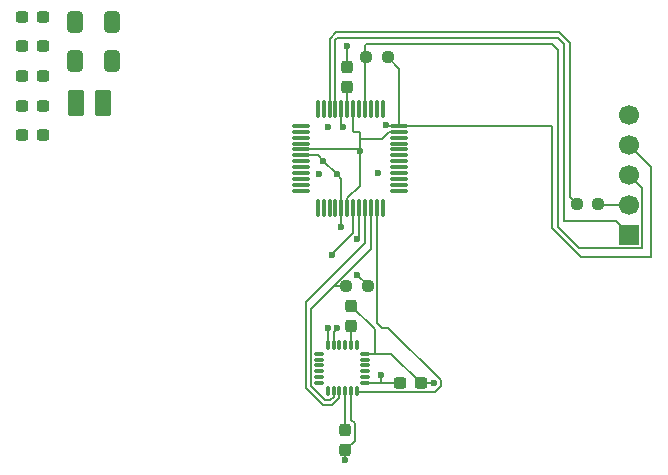
<source format=gbr>
%TF.GenerationSoftware,KiCad,Pcbnew,9.0.6*%
%TF.CreationDate,2025-12-28T22:24:58-08:00*%
%TF.ProjectId,neodrone-v1,6e656f64-726f-46e6-952d-76312e6b6963,rev?*%
%TF.SameCoordinates,Original*%
%TF.FileFunction,Copper,L1,Top*%
%TF.FilePolarity,Positive*%
%FSLAX46Y46*%
G04 Gerber Fmt 4.6, Leading zero omitted, Abs format (unit mm)*
G04 Created by KiCad (PCBNEW 9.0.6) date 2025-12-28 22:24:58*
%MOMM*%
%LPD*%
G01*
G04 APERTURE LIST*
G04 Aperture macros list*
%AMRoundRect*
0 Rectangle with rounded corners*
0 $1 Rounding radius*
0 $2 $3 $4 $5 $6 $7 $8 $9 X,Y pos of 4 corners*
0 Add a 4 corners polygon primitive as box body*
4,1,4,$2,$3,$4,$5,$6,$7,$8,$9,$2,$3,0*
0 Add four circle primitives for the rounded corners*
1,1,$1+$1,$2,$3*
1,1,$1+$1,$4,$5*
1,1,$1+$1,$6,$7*
1,1,$1+$1,$8,$9*
0 Add four rect primitives between the rounded corners*
20,1,$1+$1,$2,$3,$4,$5,0*
20,1,$1+$1,$4,$5,$6,$7,0*
20,1,$1+$1,$6,$7,$8,$9,0*
20,1,$1+$1,$8,$9,$2,$3,0*%
G04 Aperture macros list end*
%TA.AperFunction,SMDPad,CuDef*%
%ADD10RoundRect,0.237500X0.250000X0.237500X-0.250000X0.237500X-0.250000X-0.237500X0.250000X-0.237500X0*%
%TD*%
%TA.AperFunction,SMDPad,CuDef*%
%ADD11RoundRect,0.075000X-0.662500X-0.075000X0.662500X-0.075000X0.662500X0.075000X-0.662500X0.075000X0*%
%TD*%
%TA.AperFunction,SMDPad,CuDef*%
%ADD12RoundRect,0.075000X-0.075000X-0.662500X0.075000X-0.662500X0.075000X0.662500X-0.075000X0.662500X0*%
%TD*%
%TA.AperFunction,SMDPad,CuDef*%
%ADD13RoundRect,0.237500X-0.237500X0.300000X-0.237500X-0.300000X0.237500X-0.300000X0.237500X0.300000X0*%
%TD*%
%TA.AperFunction,SMDPad,CuDef*%
%ADD14RoundRect,0.250001X-0.462499X-0.849999X0.462499X-0.849999X0.462499X0.849999X-0.462499X0.849999X0*%
%TD*%
%TA.AperFunction,SMDPad,CuDef*%
%ADD15RoundRect,0.250000X-0.412500X-0.650000X0.412500X-0.650000X0.412500X0.650000X-0.412500X0.650000X0*%
%TD*%
%TA.AperFunction,SMDPad,CuDef*%
%ADD16RoundRect,0.237500X-0.300000X-0.237500X0.300000X-0.237500X0.300000X0.237500X-0.300000X0.237500X0*%
%TD*%
%TA.AperFunction,ComponentPad*%
%ADD17C,1.700000*%
%TD*%
%TA.AperFunction,ComponentPad*%
%ADD18R,1.700000X1.700000*%
%TD*%
%TA.AperFunction,SMDPad,CuDef*%
%ADD19RoundRect,0.075000X-0.350000X-0.075000X0.350000X-0.075000X0.350000X0.075000X-0.350000X0.075000X0*%
%TD*%
%TA.AperFunction,SMDPad,CuDef*%
%ADD20RoundRect,0.075000X0.075000X-0.350000X0.075000X0.350000X-0.075000X0.350000X-0.075000X-0.350000X0*%
%TD*%
%TA.AperFunction,SMDPad,CuDef*%
%ADD21RoundRect,0.237500X0.237500X-0.300000X0.237500X0.300000X-0.237500X0.300000X-0.237500X-0.300000X0*%
%TD*%
%TA.AperFunction,SMDPad,CuDef*%
%ADD22RoundRect,0.237500X0.300000X0.237500X-0.300000X0.237500X-0.300000X-0.237500X0.300000X-0.237500X0*%
%TD*%
%TA.AperFunction,ViaPad*%
%ADD23C,0.600000*%
%TD*%
%TA.AperFunction,Conductor*%
%ADD24C,0.200000*%
%TD*%
G04 APERTURE END LIST*
D10*
%TO.P,R1,2*%
%TO.N,Net-(J1-RESET)*%
X153266231Y-83077674D03*
%TO.P,R1,1*%
%TO.N,+3V3*%
X155091231Y-83077674D03*
%TD*%
D11*
%TO.P,U1,1,PA00*%
%TO.N,unconnected-(U1-PA00-Pad1)*%
X147752500Y-88912500D03*
%TO.P,U1,2,PA01*%
%TO.N,unconnected-(U1-PA01-Pad2)*%
X147752500Y-89412500D03*
%TO.P,U1,3,PA02*%
%TO.N,unconnected-(U1-PA02-Pad3)*%
X147752500Y-89912500D03*
%TO.P,U1,4,PA03*%
%TO.N,unconnected-(U1-PA03-Pad4)*%
X147752500Y-90412500D03*
%TO.P,U1,5,GNDANA*%
%TO.N,GND*%
X147752500Y-90912500D03*
%TO.P,U1,6,VDDANA*%
%TO.N,+3V3*%
X147752500Y-91412500D03*
%TO.P,U1,7,PB08*%
%TO.N,unconnected-(U1-PB08-Pad7)*%
X147752500Y-91912500D03*
%TO.P,U1,8,PB09*%
%TO.N,unconnected-(U1-PB09-Pad8)*%
X147752500Y-92412500D03*
%TO.P,U1,9,PA04*%
%TO.N,unconnected-(U1-PA04-Pad9)*%
X147752500Y-92912500D03*
%TO.P,U1,10,PA05*%
%TO.N,unconnected-(U1-PA05-Pad10)*%
X147752500Y-93412500D03*
%TO.P,U1,11,PA06*%
%TO.N,unconnected-(U1-PA06-Pad11)*%
X147752500Y-93912500D03*
%TO.P,U1,12,PA07*%
%TO.N,unconnected-(U1-PA07-Pad12)*%
X147752500Y-94412500D03*
D12*
%TO.P,U1,13,PA08*%
%TO.N,/mcu/I2C_SDA*%
X149165000Y-95825000D03*
%TO.P,U1,14,PA09*%
%TO.N,/mcu/I2C_SCL*%
X149665000Y-95825000D03*
%TO.P,U1,15,PA10*%
%TO.N,/mcu/CRSF_TX*%
X150165000Y-95825000D03*
%TO.P,U1,16,PA11*%
%TO.N,/mcu/CRSF_RX*%
X150665000Y-95825000D03*
%TO.P,U1,17,VDDIO*%
%TO.N,+3V3*%
X151165000Y-95825000D03*
%TO.P,U1,18,GND*%
%TO.N,GND*%
X151665000Y-95825000D03*
%TO.P,U1,19,PB10*%
%TO.N,IMU_MOSI*%
X152165000Y-95825000D03*
%TO.P,U1,20,PB11*%
%TO.N,IMU_SCK*%
X152665000Y-95825000D03*
%TO.P,U1,21,PA12*%
%TO.N,IMU_MISO*%
X153165000Y-95825000D03*
%TO.P,U1,22,PA13*%
%TO.N,IMU_CS*%
X153665000Y-95825000D03*
%TO.P,U1,23,PA14*%
%TO.N,IMU_INT*%
X154165000Y-95825000D03*
%TO.P,U1,24,PA15*%
%TO.N,unconnected-(U1-PA15-Pad24)*%
X154665000Y-95825000D03*
D11*
%TO.P,U1,25,PA16*%
%TO.N,/mcu/M1_PWM*%
X156077500Y-94412500D03*
%TO.P,U1,26,PA17*%
%TO.N,/mcu/M2_PWM*%
X156077500Y-93912500D03*
%TO.P,U1,27,PA18*%
%TO.N,/mcu/M3_PWM*%
X156077500Y-93412500D03*
%TO.P,U1,28,PA19*%
%TO.N,/mcu/M4_PWM*%
X156077500Y-92912500D03*
%TO.P,U1,29,PA20*%
%TO.N,unconnected-(U1-PA20-Pad29)*%
X156077500Y-92412500D03*
%TO.P,U1,30,PA21*%
%TO.N,unconnected-(U1-PA21-Pad30)*%
X156077500Y-91912500D03*
%TO.P,U1,31,PA22*%
%TO.N,unconnected-(U1-PA22-Pad31)*%
X156077500Y-91412500D03*
%TO.P,U1,32,PA23*%
%TO.N,unconnected-(U1-PA23-Pad32)*%
X156077500Y-90912500D03*
%TO.P,U1,33,PA24*%
%TO.N,/mcu/USB_DM*%
X156077500Y-90412500D03*
%TO.P,U1,34,PA25*%
%TO.N,/mcu/USB_DP*%
X156077500Y-89912500D03*
%TO.P,U1,35,GND*%
%TO.N,GND*%
X156077500Y-89412500D03*
%TO.P,U1,36,VDDIO*%
%TO.N,+3V3*%
X156077500Y-88912500D03*
D12*
%TO.P,U1,37,PB22*%
%TO.N,unconnected-(U1-PB22-Pad37)*%
X154665000Y-87500000D03*
%TO.P,U1,38,PB23*%
%TO.N,unconnected-(U1-PB23-Pad38)*%
X154165000Y-87500000D03*
%TO.P,U1,39,PA27*%
%TO.N,unconnected-(U1-PA27-Pad39)*%
X153665000Y-87500000D03*
%TO.P,U1,40,~{RESET}*%
%TO.N,Net-(J1-RESET)*%
X153165000Y-87500000D03*
%TO.P,U1,41,PA28*%
%TO.N,unconnected-(U1-PA28-Pad41)*%
X152665000Y-87500000D03*
%TO.P,U1,42,GND*%
%TO.N,GND*%
X152165000Y-87500000D03*
%TO.P,U1,43,VDDCORE*%
%TO.N,Net-(U1-VDDCORE)*%
X151665000Y-87500000D03*
%TO.P,U1,44,VDDIN*%
%TO.N,+3V3*%
X151165000Y-87500000D03*
%TO.P,U1,45,PA30*%
%TO.N,Net-(J1-SWDIO)*%
X150665000Y-87500000D03*
%TO.P,U1,46,PA31*%
%TO.N,Net-(U1-PA31)*%
X150165000Y-87500000D03*
%TO.P,U1,47,PB02*%
%TO.N,unconnected-(U1-PB02-Pad47)*%
X149665000Y-87500000D03*
%TO.P,U1,48,PB03*%
%TO.N,unconnected-(U1-PB03-Pad48)*%
X149165000Y-87500000D03*
%TD*%
D13*
%TO.P,C1,2*%
%TO.N,Net-(U1-VDDCORE)*%
X151671083Y-85638963D03*
%TO.P,C1,1*%
%TO.N,GND*%
X151671083Y-83913963D03*
%TD*%
D14*
%TO.P,L1,1*%
%TO.N,Net-(U3-SW_BK)*%
X128675000Y-87000000D03*
%TO.P,L1,2*%
%TO.N,/motor_esc/VBK_M1*%
X131000000Y-87000000D03*
%TD*%
D15*
%TO.P,C16,1*%
%TO.N,/motor_esc/VBK_M1*%
X128625000Y-83450000D03*
%TO.P,C16,2*%
%TO.N,/motor_esc/GND_BK_M1*%
X131750000Y-83450000D03*
%TD*%
D16*
%TO.P,C15,1*%
%TO.N,Net-(U3-DVDD)*%
X124145000Y-89720000D03*
%TO.P,C15,2*%
%TO.N,Net-(U3-DGND)*%
X125870000Y-89720000D03*
%TD*%
%TO.P,C14,1*%
%TO.N,Net-(U3-AVDD)*%
X124145000Y-87210000D03*
%TO.P,C14,2*%
%TO.N,Net-(U3-AGND)*%
X125870000Y-87210000D03*
%TD*%
%TO.P,C13,1*%
%TO.N,Net-(U3-CP)*%
X124145000Y-84700000D03*
%TO.P,C13,2*%
%TO.N,/motor_esc/VBAT*%
X125870000Y-84700000D03*
%TD*%
%TO.P,C12,1*%
%TO.N,Net-(U3-CPH)*%
X124145000Y-82190000D03*
%TO.P,C12,2*%
%TO.N,Net-(U3-CPL)*%
X125870000Y-82190000D03*
%TD*%
%TO.P,C11,1*%
%TO.N,/motor_esc/VBAT*%
X124145000Y-79680000D03*
%TO.P,C11,2*%
%TO.N,/motor_esc/PGND_M1*%
X125870000Y-79680000D03*
%TD*%
D15*
%TO.P,C10,1*%
%TO.N,/motor_esc/PGND_M1*%
X128625000Y-80100000D03*
%TO.P,C10,2*%
%TO.N,/motor_esc/VBAT*%
X131750000Y-80100000D03*
%TD*%
D17*
%TO.P,J1,5,GND*%
%TO.N,GND*%
X175500000Y-87960000D03*
%TO.P,J1,4,3V3*%
%TO.N,+3V3*%
X175500000Y-90500000D03*
%TO.P,J1,3,RESET*%
%TO.N,Net-(J1-RESET)*%
X175500000Y-93040000D03*
%TO.P,J1,2,SWCLK*%
%TO.N,Net-(J1-SWCLK)*%
X175500000Y-95580000D03*
D18*
%TO.P,J1,1,SWDIO*%
%TO.N,Net-(J1-SWDIO)*%
X175500000Y-98120000D03*
%TD*%
D10*
%TO.P,R2,2*%
%TO.N,Net-(U1-PA31)*%
X171087500Y-95500000D03*
%TO.P,R2,1*%
%TO.N,Net-(J1-SWCLK)*%
X172912500Y-95500000D03*
%TD*%
D19*
%TO.P,U2,1,CLKIN*%
%TO.N,unconnected-(U2-CLKIN-Pad1)*%
X149300000Y-108200000D03*
%TO.P,U2,2*%
%TO.N,N/C*%
X149300000Y-108700000D03*
%TO.P,U2,3*%
X149300000Y-109200000D03*
%TO.P,U2,4*%
X149300000Y-109700000D03*
%TO.P,U2,5*%
X149300000Y-110200000D03*
%TO.P,U2,6,AUX_DA*%
%TO.N,unconnected-(U2-AUX_DA-Pad6)*%
X149300000Y-110700000D03*
D20*
%TO.P,U2,7,AUX_CL*%
%TO.N,unconnected-(U2-AUX_CL-Pad7)*%
X150000000Y-111400000D03*
%TO.P,U2,8,~{CS}*%
%TO.N,IMU_CS*%
X150500000Y-111400000D03*
%TO.P,U2,9,AD0/MISO*%
%TO.N,IMU_MISO*%
X151000000Y-111400000D03*
%TO.P,U2,10,REGOUT*%
%TO.N,Net-(U2-REGOUT)*%
X151500000Y-111400000D03*
%TO.P,U2,11,FSYNC*%
%TO.N,GND*%
X152000000Y-111400000D03*
%TO.P,U2,12,INT*%
%TO.N,IMU_INT*%
X152500000Y-111400000D03*
D19*
%TO.P,U2,13,VDD*%
%TO.N,+3V3*%
X153200000Y-110700000D03*
%TO.P,U2,14*%
%TO.N,N/C*%
X153200000Y-110200000D03*
%TO.P,U2,15*%
X153200000Y-109700000D03*
%TO.P,U2,16*%
X153200000Y-109200000D03*
%TO.P,U2,17*%
X153200000Y-108700000D03*
%TO.P,U2,18,GND*%
%TO.N,GND*%
X153200000Y-108200000D03*
D20*
%TO.P,U2,19*%
%TO.N,N/C*%
X152500000Y-107500000D03*
%TO.P,U2,20,CPOUT*%
%TO.N,Net-(U2-CPOUT)*%
X152000000Y-107500000D03*
%TO.P,U2,21*%
%TO.N,N/C*%
X151500000Y-107500000D03*
%TO.P,U2,22*%
X151000000Y-107500000D03*
%TO.P,U2,23,SCL/SCLK*%
%TO.N,IMU_SCK*%
X150500000Y-107500000D03*
%TO.P,U2,24,SDA/MOSI*%
%TO.N,IMU_MOSI*%
X150000000Y-107500000D03*
%TD*%
D10*
%TO.P,R3,1*%
%TO.N,+3V3*%
X153412500Y-102500000D03*
%TO.P,R3,2*%
%TO.N,IMU_CS*%
X151587500Y-102500000D03*
%TD*%
D21*
%TO.P,C9,1*%
%TO.N,Net-(U2-CPOUT)*%
X152000000Y-105862500D03*
%TO.P,C9,2*%
%TO.N,GND*%
X152000000Y-104137500D03*
%TD*%
D22*
%TO.P,C8,1*%
%TO.N,GND*%
X157862500Y-110703125D03*
%TO.P,C8,2*%
%TO.N,+3V3*%
X156137500Y-110703125D03*
%TD*%
D13*
%TO.P,C7,1*%
%TO.N,Net-(U2-REGOUT)*%
X151500000Y-114637500D03*
%TO.P,C7,2*%
%TO.N,GND*%
X151500000Y-116362500D03*
%TD*%
D23*
%TO.N,IMU_SCK*%
X152500000Y-98500000D03*
%TO.N,IMU_MOSI*%
X150349998Y-99849998D03*
%TO.N,IMU_SCK*%
X150800003Y-106000000D03*
%TO.N,IMU_MOSI*%
X150000000Y-106000000D03*
%TO.N,+3V3*%
X152500000Y-101500000D03*
X151152290Y-97482060D03*
X154500000Y-110000000D03*
%TO.N,GND*%
X154275000Y-92862500D03*
X150000000Y-89000000D03*
X159000000Y-110703125D03*
X151500000Y-117214047D03*
%TO.N,+3V3*%
X150775000Y-93000000D03*
%TO.N,GND*%
X152775000Y-91000000D03*
%TO.N,+3V3*%
X151275000Y-89000000D03*
X149637500Y-91862500D03*
%TO.N,GND*%
X149275000Y-93000000D03*
X151671083Y-82116356D03*
%TO.N,+3V3*%
X154977812Y-88860278D03*
%TO.N,GND*%
X175500000Y-87960000D03*
%TD*%
D24*
%TO.N,IMU_MOSI*%
X150349998Y-99849998D02*
X150349998Y-99800059D01*
X150349998Y-99800059D02*
X152165000Y-97985057D01*
X152165000Y-97985057D02*
X152165000Y-95825000D01*
%TO.N,IMU_INT*%
X155146818Y-106000000D02*
X154572000Y-106000000D01*
X154572000Y-106000000D02*
X154201000Y-105629000D01*
X154201000Y-105629000D02*
X154201000Y-95861000D01*
X154201000Y-95861000D02*
X154165000Y-95825000D01*
%TO.N,+3V3*%
X150775000Y-93000000D02*
X149637500Y-91862500D01*
X149637500Y-91862500D02*
X149187500Y-91412500D01*
X149187500Y-91412500D02*
X147752500Y-91412500D01*
%TO.N,IMU_SCK*%
X152500000Y-98500000D02*
X152665000Y-98335000D01*
X152665000Y-98335000D02*
X152665000Y-95825000D01*
X150601000Y-106199003D02*
X150601000Y-106248943D01*
X150800003Y-106000000D02*
X150601000Y-106199003D01*
X150601000Y-106248943D02*
X150500000Y-106349943D01*
X150500000Y-106349943D02*
X150500000Y-107500000D01*
%TO.N,IMU_MOSI*%
X150000000Y-107500000D02*
X150000000Y-106000000D01*
%TO.N,IMU_CS*%
X150500000Y-102500000D02*
X150799000Y-102201000D01*
X150500000Y-102500000D02*
X151587500Y-102500000D01*
X150500000Y-111400000D02*
X150500000Y-111858824D01*
X150232824Y-112126000D02*
X149767176Y-112126000D01*
X150500000Y-111858824D02*
X150232824Y-112126000D01*
X149767176Y-112126000D02*
X148574000Y-110932824D01*
X148574000Y-110932824D02*
X148574000Y-104426000D01*
X148574000Y-104426000D02*
X150500000Y-102500000D01*
%TO.N,+3V3*%
X156137500Y-110703125D02*
X154500000Y-110703125D01*
X154500000Y-110000000D02*
X154500000Y-110703125D01*
%TO.N,IMU_MISO*%
X151000000Y-111400000D02*
X151000000Y-111925924D01*
X149601076Y-112527000D02*
X148173000Y-111098924D01*
X151000000Y-111925924D02*
X150398924Y-112527000D01*
X148173000Y-111098924D02*
X148173000Y-103827000D01*
X150398924Y-112527000D02*
X149601076Y-112527000D01*
X153165000Y-98835000D02*
X153165000Y-95825000D01*
X148173000Y-103827000D02*
X153165000Y-98835000D01*
%TO.N,IMU_CS*%
X153665000Y-99335000D02*
X153665000Y-95825000D01*
X150799000Y-102201000D02*
X153665000Y-99335000D01*
%TO.N,GND*%
X155359375Y-108200000D02*
X154000000Y-108200000D01*
X152000000Y-104137500D02*
X154000000Y-106137500D01*
X154000000Y-106137500D02*
X154000000Y-108200000D01*
%TO.N,Net-(U2-CPOUT)*%
X152000000Y-107500000D02*
X152000000Y-105862500D01*
%TO.N,+3V3*%
X151152290Y-97482060D02*
X151152290Y-95837710D01*
X151152290Y-95837710D02*
X151165000Y-95825000D01*
X154977812Y-88860278D02*
X155030034Y-88912500D01*
X155030034Y-88912500D02*
X156077500Y-88912500D01*
%TO.N,IMU_INT*%
X152579125Y-111479125D02*
X159073943Y-111479125D01*
X152500000Y-111400000D02*
X152579125Y-111479125D01*
X159601000Y-110952068D02*
X159601000Y-110454182D01*
X159601000Y-110454182D02*
X155146818Y-106000000D01*
X159073943Y-111479125D02*
X159601000Y-110952068D01*
%TO.N,GND*%
X152000000Y-111400000D02*
X152000000Y-113831866D01*
X152000000Y-113831866D02*
X152276000Y-114107866D01*
X152276000Y-114107866D02*
X152276000Y-115586500D01*
X152276000Y-115586500D02*
X151500000Y-116362500D01*
X157862500Y-110703125D02*
X155359375Y-108200000D01*
X154000000Y-108200000D02*
X153200000Y-108200000D01*
%TO.N,+3V3*%
X154500000Y-110703125D02*
X153203125Y-110703125D01*
X153203125Y-110703125D02*
X153200000Y-110700000D01*
%TO.N,GND*%
X159000000Y-110703125D02*
X157862500Y-110703125D01*
%TO.N,Net-(U2-REGOUT)*%
X151500000Y-114637500D02*
X151500000Y-111400000D01*
%TO.N,GND*%
X151500000Y-116362500D02*
X151500000Y-117214047D01*
%TO.N,+3V3*%
X169000000Y-89000000D02*
X168912500Y-88912500D01*
X168912500Y-88912500D02*
X156077500Y-88912500D01*
%TO.N,Net-(J1-RESET)*%
X169500000Y-82500000D02*
X169000000Y-82000000D01*
X169000000Y-82000000D02*
X153275000Y-82000000D01*
%TO.N,Net-(J1-SWDIO)*%
X170000000Y-82000000D02*
X169500000Y-81500000D01*
X169500000Y-81500000D02*
X150775000Y-81500000D01*
%TO.N,Net-(U1-PA31)*%
X171087500Y-95500000D02*
X170500000Y-94912500D01*
X170500000Y-81932900D02*
X169567100Y-81000000D01*
X170500000Y-94912500D02*
X170500000Y-81932900D01*
X150707900Y-81000000D02*
X150165000Y-81542900D01*
X169567100Y-81000000D02*
X150707900Y-81000000D01*
X150165000Y-81542900D02*
X150165000Y-87500000D01*
%TO.N,+3V3*%
X151275000Y-89000000D02*
X151165000Y-88890000D01*
X151165000Y-88890000D02*
X151165000Y-87500000D01*
%TO.N,Net-(J1-RESET)*%
X153242674Y-83077674D02*
X153165000Y-83000000D01*
X153266231Y-83077674D02*
X153242674Y-83077674D01*
X153165000Y-82110000D02*
X153165000Y-83000000D01*
%TO.N,Net-(U1-VDDCORE)*%
X151665000Y-85645046D02*
X151671083Y-85638963D01*
X151665000Y-87500000D02*
X151665000Y-85645046D01*
%TO.N,Net-(J1-RESET)*%
X153165000Y-83000000D02*
X153165000Y-87500000D01*
X153275000Y-82000000D02*
X153165000Y-82110000D01*
%TO.N,Net-(J1-SWDIO)*%
X150665000Y-81610000D02*
X150665000Y-87500000D01*
X150775000Y-81500000D02*
X150665000Y-81610000D01*
%TO.N,GND*%
X152165000Y-87500000D02*
X152165000Y-89332500D01*
X152165000Y-89332500D02*
X152245000Y-89412500D01*
X152687500Y-90912500D02*
X152775000Y-91000000D01*
X152775000Y-89412500D02*
X152245000Y-89412500D01*
X152775000Y-90000000D02*
X152775000Y-91000000D01*
X147752500Y-90912500D02*
X152687500Y-90912500D01*
X156077500Y-89412500D02*
X155212443Y-89412500D01*
X155212443Y-89412500D02*
X154624943Y-90000000D01*
X154624943Y-90000000D02*
X152775000Y-90000000D01*
X152775000Y-89412500D02*
X152775000Y-90000000D01*
%TO.N,+3V3*%
X156077500Y-84063943D02*
X156077500Y-88912500D01*
X155091231Y-83077674D02*
X156077500Y-84063943D01*
%TO.N,GND*%
X151671083Y-82116356D02*
X151671083Y-83913963D01*
%TO.N,+3V3*%
X151165000Y-93390000D02*
X151165000Y-95825000D01*
X150775000Y-93000000D02*
X151165000Y-93390000D01*
%TO.N,GND*%
X152775000Y-91000000D02*
X152775000Y-94000000D01*
X152718676Y-94000000D02*
X151665000Y-95053676D01*
X152775000Y-94000000D02*
X152718676Y-94000000D01*
X151665000Y-95053676D02*
X151665000Y-95825000D01*
%TO.N,+3V3*%
X169000000Y-97567100D02*
X169000000Y-89000000D01*
X171432900Y-100000000D02*
X169000000Y-97567100D01*
X177398958Y-100000000D02*
X171432900Y-100000000D01*
X175500000Y-90500000D02*
X177398958Y-92398958D01*
X177398958Y-92398958D02*
X177398958Y-100000000D01*
%TO.N,Net-(J1-RESET)*%
X176651000Y-99271000D02*
X171271000Y-99271000D01*
X176651000Y-94191000D02*
X176651000Y-99271000D01*
X171271000Y-99271000D02*
X169500000Y-97500000D01*
X175500000Y-93040000D02*
X176651000Y-94191000D01*
X169500000Y-97500000D02*
X169500000Y-82500000D01*
%TO.N,Net-(J1-SWCLK)*%
X175500000Y-95580000D02*
X172992500Y-95580000D01*
X172992500Y-95580000D02*
X172912500Y-95500000D01*
%TO.N,Net-(J1-SWDIO)*%
X174380000Y-97000000D02*
X170000000Y-97000000D01*
X170000000Y-97000000D02*
X170000000Y-82000000D01*
X175500000Y-98120000D02*
X174380000Y-97000000D01*
%TO.N,+3V3*%
X152500000Y-101500000D02*
X153412500Y-102412500D01*
X153412500Y-102412500D02*
X153412500Y-102500000D01*
%TD*%
M02*

</source>
